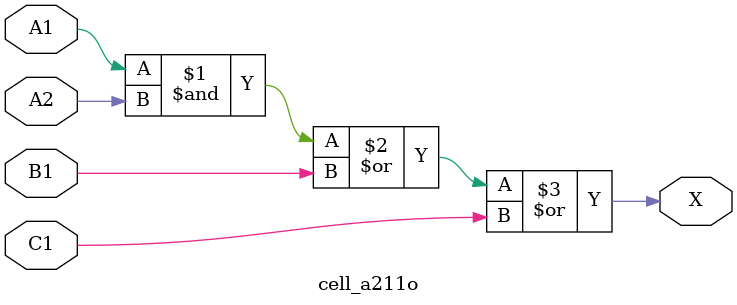
<source format=v>
`timescale 1ps/1ps
module cell_a211o
(
    input wire A1,
    input wire A2,
    input wire B1,
    input wire C1,
    output wire X
);
    assign X = ((A1 & A2) | B1 | C1);
endmodule

</source>
